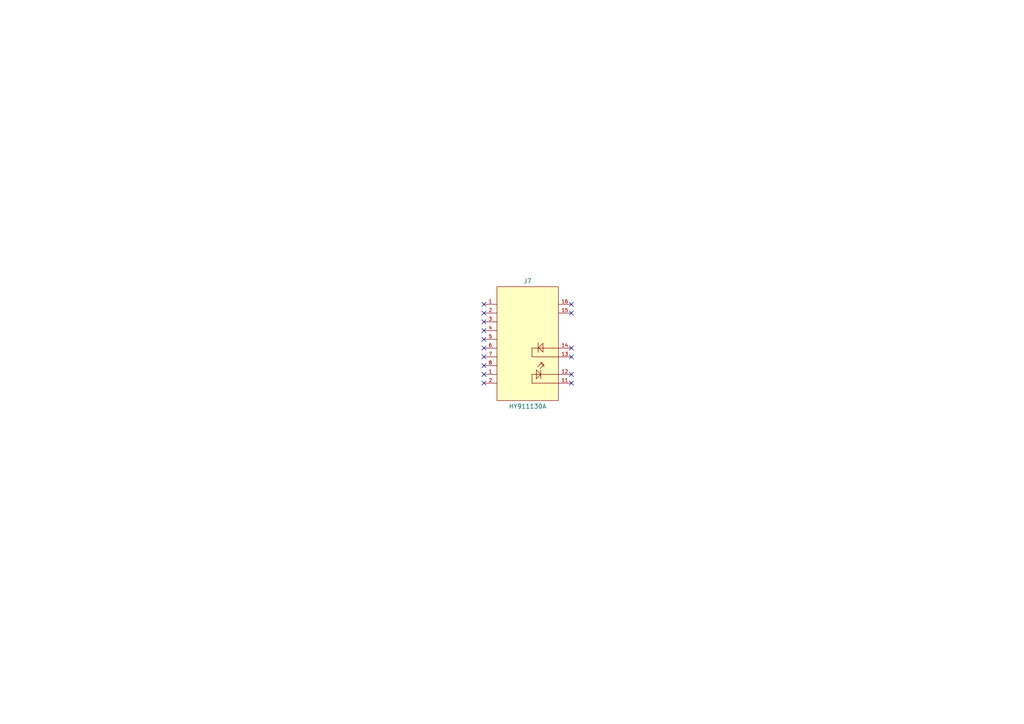
<source format=kicad_sch>
(kicad_sch (version 20230121) (generator eeschema)
  (paper "A4")
  (lib_symbols
    (symbol "RJ45_MAGJACK:HY911130A" (pin_names hide)
      (property "Reference" "J" (at -7.62 17.78 0))
      (property "Value" "HY911130A" (at -3.81 -17.78 0))
      (symbol "HY911130A_0_1"
        (rectangle (start -8.89 16.51) (end 8.89 -16.51) (fill (type background)))
        (polyline (pts (xy 1.27 -11.43) (xy 7.62 -11.43)))
        (polyline (pts (xy 1.27 -8.89) (xy 1.27 -11.43)))
        (polyline (pts (xy 1.27 -3.81) (xy 7.62 -3.81)))
        (polyline (pts (xy 1.27 -1.27) (xy 1.27 -3.81)))
        (polyline (pts (xy 2.54 -10.16) (xy 3.81 -8.89)))
        (polyline (pts (xy 2.54 -7.62) (xy 2.54 -10.16)))
        (polyline (pts (xy 2.921 -6.731) (xy 4.191 -5.461)))
        (polyline (pts (xy 3.048 -2.54) (xy 3.048 0.254)))
        (polyline (pts (xy 3.175 -1.143) (xy 4.445 -2.413)))
        (polyline (pts (xy 3.683 -7.239) (xy 4.699 -5.969)))
        (polyline (pts (xy 3.81 -8.89) (xy 2.54 -7.62)))
        (polyline (pts (xy 3.81 -7.62) (xy 3.81 -10.16)))
        (polyline (pts (xy 4.191 -5.461) (xy 3.683 -5.461)))
        (polyline (pts (xy 4.191 -5.461) (xy 4.191 -5.969)))
        (polyline (pts (xy 4.445 -2.413) (xy 4.445 0.127)))
        (polyline (pts (xy 4.445 0.127) (xy 3.175 -1.143)))
        (polyline (pts (xy 4.699 -5.969) (xy 4.191 -5.969)))
        (polyline (pts (xy 4.699 -5.969) (xy 4.699 -6.731)))
        (polyline (pts (xy 7.62 -8.89) (xy 1.27 -8.89)))
        (polyline (pts (xy 7.62 -1.27) (xy 1.27 -1.27)))
        (polyline (pts (xy 8.89 -11.43) (xy 7.62 -11.43)))
        (polyline (pts (xy 8.89 -8.89) (xy 7.62 -8.89)))
        (polyline (pts (xy 8.89 -3.81) (xy 7.62 -3.81)))
        (polyline (pts (xy 8.89 -1.27) (xy 7.62 -1.27)))
        (pin unspecified line (at -12.7 11.43 0) (length 3.81) (name "1") (number "1"))
        (pin unspecified line (at -12.7 -8.89 0) (length 3.81) (name "9") (number "1"))
        (pin unspecified line (at 12.7 -11.43 180) (length 3.81) (name "11") (number "11"))
        (pin unspecified line (at 12.7 -8.89 180) (length 3.81) (name "12") (number "12"))
        (pin unspecified line (at 12.7 -3.81 180) (length 3.81) (name "13") (number "13"))
        (pin unspecified line (at 12.7 -1.27 180) (length 3.81) (name "14") (number "14"))
        (pin unspecified line (at 12.7 8.89 180) (length 3.81) (name "SH") (number "15"))
        (pin unspecified line (at 12.7 11.43 180) (length 3.81) (name "SH") (number "16"))
        (pin unspecified line (at -12.7 -11.43 0) (length 3.81) (name "10") (number "2"))
        (pin unspecified line (at -12.7 8.89 0) (length 3.81) (name "2") (number "2"))
        (pin unspecified line (at -12.7 6.35 0) (length 3.81) (name "3") (number "3"))
        (pin unspecified line (at -12.7 3.81 0) (length 3.81) (name "4") (number "4"))
        (pin unspecified line (at -12.7 1.27 0) (length 3.81) (name "5") (number "5"))
        (pin unspecified line (at -12.7 -1.27 0) (length 3.81) (name "6") (number "6"))
        (pin unspecified line (at -12.7 -3.81 0) (length 3.81) (name "7") (number "7"))
        (pin unspecified line (at -12.7 -6.35 0) (length 3.81) (name "8") (number "8"))
      )
    )
  )
  (no_connect (at 165.735 108.585))
  (no_connect (at 140.335 88.265))
  (no_connect (at 140.335 95.885))
  (no_connect (at 140.335 111.125))
  (no_connect (at 140.335 103.505))
  (no_connect (at 140.335 100.965))
  (no_connect (at 165.735 111.125))
  (no_connect (at 140.335 108.585))
  (no_connect (at 140.335 106.045))
  (no_connect (at 165.735 88.265))
  (no_connect (at 165.735 103.505))
  (no_connect (at 140.335 90.805))
  (no_connect (at 165.735 90.805))
  (no_connect (at 140.335 98.425))
  (no_connect (at 165.735 100.965))
  (no_connect (at 140.335 93.345))
  (symbol (lib_id "RJ45_MAGJACK:HY911130A") (at 153.035 99.695 0) (unit 1)
    (property "Reference" "J7" (at 153.035 81.534 0))
    (property "Value" "HY911130A" (at 153.035 117.856 0))
    (property "Footprint" "RJ45_MAGJACK:RJ45_MAGJACK_HY911130A" (effects hide))
    (property "Datasheet" "https://item.szlcsc.com/56706.html" (effects hide))
    (property "LCSC" "C55679" (effects hide))
  )
)
</source>
